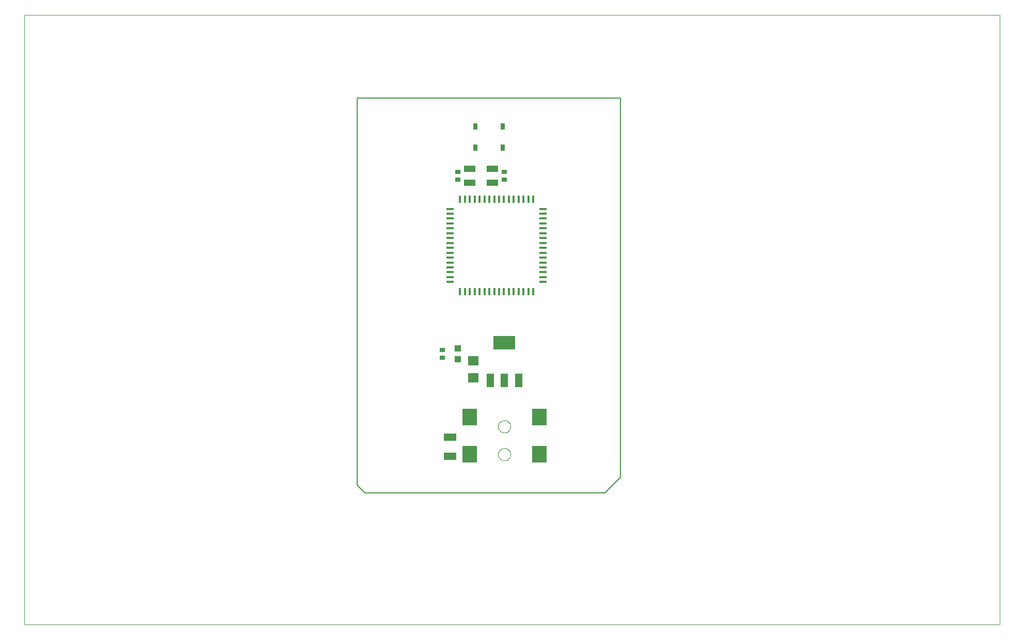
<source format=gtp>
G75*
%MOIN*%
%OFA0B0*%
%FSLAX25Y25*%
%IPPOS*%
%LPD*%
%AMOC8*
5,1,8,0,0,1.08239X$1,22.5*
%
%ADD10C,0.00000*%
%ADD11C,0.00600*%
%ADD12R,0.03937X0.04331*%
%ADD13R,0.03543X0.02756*%
%ADD14R,0.07874X0.04724*%
%ADD15R,0.07087X0.06299*%
%ADD16R,0.09449X0.11024*%
%ADD17R,0.02756X0.04331*%
%ADD18R,0.01575X0.05000*%
%ADD19R,0.05000X0.01575*%
%ADD20R,0.04800X0.08800*%
%ADD21R,0.14173X0.08661*%
%ADD22R,0.07480X0.04331*%
D10*
X0001000Y0001000D02*
X0001000Y0394701D01*
X0630921Y0394701D01*
X0630921Y0001000D01*
X0001000Y0001000D01*
X0307000Y0111000D02*
X0307002Y0111126D01*
X0307008Y0111252D01*
X0307018Y0111378D01*
X0307032Y0111504D01*
X0307050Y0111629D01*
X0307072Y0111753D01*
X0307097Y0111877D01*
X0307127Y0112000D01*
X0307160Y0112121D01*
X0307198Y0112242D01*
X0307239Y0112361D01*
X0307284Y0112480D01*
X0307332Y0112596D01*
X0307384Y0112711D01*
X0307440Y0112824D01*
X0307500Y0112936D01*
X0307563Y0113045D01*
X0307629Y0113153D01*
X0307698Y0113258D01*
X0307771Y0113361D01*
X0307848Y0113462D01*
X0307927Y0113560D01*
X0308009Y0113656D01*
X0308095Y0113749D01*
X0308183Y0113840D01*
X0308274Y0113927D01*
X0308368Y0114012D01*
X0308464Y0114093D01*
X0308563Y0114172D01*
X0308664Y0114247D01*
X0308768Y0114319D01*
X0308874Y0114388D01*
X0308982Y0114454D01*
X0309092Y0114516D01*
X0309204Y0114574D01*
X0309317Y0114629D01*
X0309433Y0114680D01*
X0309550Y0114728D01*
X0309668Y0114772D01*
X0309788Y0114812D01*
X0309909Y0114848D01*
X0310031Y0114881D01*
X0310154Y0114910D01*
X0310278Y0114934D01*
X0310402Y0114955D01*
X0310527Y0114972D01*
X0310653Y0114985D01*
X0310779Y0114994D01*
X0310905Y0114999D01*
X0311032Y0115000D01*
X0311158Y0114997D01*
X0311284Y0114990D01*
X0311410Y0114979D01*
X0311535Y0114964D01*
X0311660Y0114945D01*
X0311784Y0114922D01*
X0311908Y0114896D01*
X0312030Y0114865D01*
X0312152Y0114831D01*
X0312272Y0114792D01*
X0312391Y0114750D01*
X0312509Y0114705D01*
X0312625Y0114655D01*
X0312740Y0114602D01*
X0312852Y0114545D01*
X0312963Y0114485D01*
X0313072Y0114421D01*
X0313179Y0114354D01*
X0313284Y0114284D01*
X0313387Y0114210D01*
X0313487Y0114133D01*
X0313585Y0114053D01*
X0313680Y0113970D01*
X0313772Y0113884D01*
X0313862Y0113795D01*
X0313949Y0113703D01*
X0314032Y0113609D01*
X0314113Y0113512D01*
X0314191Y0113412D01*
X0314266Y0113310D01*
X0314337Y0113206D01*
X0314405Y0113099D01*
X0314469Y0112991D01*
X0314530Y0112880D01*
X0314588Y0112768D01*
X0314642Y0112654D01*
X0314692Y0112538D01*
X0314739Y0112421D01*
X0314782Y0112302D01*
X0314821Y0112182D01*
X0314857Y0112061D01*
X0314888Y0111938D01*
X0314916Y0111815D01*
X0314940Y0111691D01*
X0314960Y0111566D01*
X0314976Y0111441D01*
X0314988Y0111315D01*
X0314996Y0111189D01*
X0315000Y0111063D01*
X0315000Y0110937D01*
X0314996Y0110811D01*
X0314988Y0110685D01*
X0314976Y0110559D01*
X0314960Y0110434D01*
X0314940Y0110309D01*
X0314916Y0110185D01*
X0314888Y0110062D01*
X0314857Y0109939D01*
X0314821Y0109818D01*
X0314782Y0109698D01*
X0314739Y0109579D01*
X0314692Y0109462D01*
X0314642Y0109346D01*
X0314588Y0109232D01*
X0314530Y0109120D01*
X0314469Y0109009D01*
X0314405Y0108901D01*
X0314337Y0108794D01*
X0314266Y0108690D01*
X0314191Y0108588D01*
X0314113Y0108488D01*
X0314032Y0108391D01*
X0313949Y0108297D01*
X0313862Y0108205D01*
X0313772Y0108116D01*
X0313680Y0108030D01*
X0313585Y0107947D01*
X0313487Y0107867D01*
X0313387Y0107790D01*
X0313284Y0107716D01*
X0313179Y0107646D01*
X0313072Y0107579D01*
X0312963Y0107515D01*
X0312852Y0107455D01*
X0312740Y0107398D01*
X0312625Y0107345D01*
X0312509Y0107295D01*
X0312391Y0107250D01*
X0312272Y0107208D01*
X0312152Y0107169D01*
X0312030Y0107135D01*
X0311908Y0107104D01*
X0311784Y0107078D01*
X0311660Y0107055D01*
X0311535Y0107036D01*
X0311410Y0107021D01*
X0311284Y0107010D01*
X0311158Y0107003D01*
X0311032Y0107000D01*
X0310905Y0107001D01*
X0310779Y0107006D01*
X0310653Y0107015D01*
X0310527Y0107028D01*
X0310402Y0107045D01*
X0310278Y0107066D01*
X0310154Y0107090D01*
X0310031Y0107119D01*
X0309909Y0107152D01*
X0309788Y0107188D01*
X0309668Y0107228D01*
X0309550Y0107272D01*
X0309433Y0107320D01*
X0309317Y0107371D01*
X0309204Y0107426D01*
X0309092Y0107484D01*
X0308982Y0107546D01*
X0308874Y0107612D01*
X0308768Y0107681D01*
X0308664Y0107753D01*
X0308563Y0107828D01*
X0308464Y0107907D01*
X0308368Y0107988D01*
X0308274Y0108073D01*
X0308183Y0108160D01*
X0308095Y0108251D01*
X0308009Y0108344D01*
X0307927Y0108440D01*
X0307848Y0108538D01*
X0307771Y0108639D01*
X0307698Y0108742D01*
X0307629Y0108847D01*
X0307563Y0108955D01*
X0307500Y0109064D01*
X0307440Y0109176D01*
X0307384Y0109289D01*
X0307332Y0109404D01*
X0307284Y0109520D01*
X0307239Y0109639D01*
X0307198Y0109758D01*
X0307160Y0109879D01*
X0307127Y0110000D01*
X0307097Y0110123D01*
X0307072Y0110247D01*
X0307050Y0110371D01*
X0307032Y0110496D01*
X0307018Y0110622D01*
X0307008Y0110748D01*
X0307002Y0110874D01*
X0307000Y0111000D01*
X0307000Y0129000D02*
X0307002Y0129126D01*
X0307008Y0129252D01*
X0307018Y0129378D01*
X0307032Y0129504D01*
X0307050Y0129629D01*
X0307072Y0129753D01*
X0307097Y0129877D01*
X0307127Y0130000D01*
X0307160Y0130121D01*
X0307198Y0130242D01*
X0307239Y0130361D01*
X0307284Y0130480D01*
X0307332Y0130596D01*
X0307384Y0130711D01*
X0307440Y0130824D01*
X0307500Y0130936D01*
X0307563Y0131045D01*
X0307629Y0131153D01*
X0307698Y0131258D01*
X0307771Y0131361D01*
X0307848Y0131462D01*
X0307927Y0131560D01*
X0308009Y0131656D01*
X0308095Y0131749D01*
X0308183Y0131840D01*
X0308274Y0131927D01*
X0308368Y0132012D01*
X0308464Y0132093D01*
X0308563Y0132172D01*
X0308664Y0132247D01*
X0308768Y0132319D01*
X0308874Y0132388D01*
X0308982Y0132454D01*
X0309092Y0132516D01*
X0309204Y0132574D01*
X0309317Y0132629D01*
X0309433Y0132680D01*
X0309550Y0132728D01*
X0309668Y0132772D01*
X0309788Y0132812D01*
X0309909Y0132848D01*
X0310031Y0132881D01*
X0310154Y0132910D01*
X0310278Y0132934D01*
X0310402Y0132955D01*
X0310527Y0132972D01*
X0310653Y0132985D01*
X0310779Y0132994D01*
X0310905Y0132999D01*
X0311032Y0133000D01*
X0311158Y0132997D01*
X0311284Y0132990D01*
X0311410Y0132979D01*
X0311535Y0132964D01*
X0311660Y0132945D01*
X0311784Y0132922D01*
X0311908Y0132896D01*
X0312030Y0132865D01*
X0312152Y0132831D01*
X0312272Y0132792D01*
X0312391Y0132750D01*
X0312509Y0132705D01*
X0312625Y0132655D01*
X0312740Y0132602D01*
X0312852Y0132545D01*
X0312963Y0132485D01*
X0313072Y0132421D01*
X0313179Y0132354D01*
X0313284Y0132284D01*
X0313387Y0132210D01*
X0313487Y0132133D01*
X0313585Y0132053D01*
X0313680Y0131970D01*
X0313772Y0131884D01*
X0313862Y0131795D01*
X0313949Y0131703D01*
X0314032Y0131609D01*
X0314113Y0131512D01*
X0314191Y0131412D01*
X0314266Y0131310D01*
X0314337Y0131206D01*
X0314405Y0131099D01*
X0314469Y0130991D01*
X0314530Y0130880D01*
X0314588Y0130768D01*
X0314642Y0130654D01*
X0314692Y0130538D01*
X0314739Y0130421D01*
X0314782Y0130302D01*
X0314821Y0130182D01*
X0314857Y0130061D01*
X0314888Y0129938D01*
X0314916Y0129815D01*
X0314940Y0129691D01*
X0314960Y0129566D01*
X0314976Y0129441D01*
X0314988Y0129315D01*
X0314996Y0129189D01*
X0315000Y0129063D01*
X0315000Y0128937D01*
X0314996Y0128811D01*
X0314988Y0128685D01*
X0314976Y0128559D01*
X0314960Y0128434D01*
X0314940Y0128309D01*
X0314916Y0128185D01*
X0314888Y0128062D01*
X0314857Y0127939D01*
X0314821Y0127818D01*
X0314782Y0127698D01*
X0314739Y0127579D01*
X0314692Y0127462D01*
X0314642Y0127346D01*
X0314588Y0127232D01*
X0314530Y0127120D01*
X0314469Y0127009D01*
X0314405Y0126901D01*
X0314337Y0126794D01*
X0314266Y0126690D01*
X0314191Y0126588D01*
X0314113Y0126488D01*
X0314032Y0126391D01*
X0313949Y0126297D01*
X0313862Y0126205D01*
X0313772Y0126116D01*
X0313680Y0126030D01*
X0313585Y0125947D01*
X0313487Y0125867D01*
X0313387Y0125790D01*
X0313284Y0125716D01*
X0313179Y0125646D01*
X0313072Y0125579D01*
X0312963Y0125515D01*
X0312852Y0125455D01*
X0312740Y0125398D01*
X0312625Y0125345D01*
X0312509Y0125295D01*
X0312391Y0125250D01*
X0312272Y0125208D01*
X0312152Y0125169D01*
X0312030Y0125135D01*
X0311908Y0125104D01*
X0311784Y0125078D01*
X0311660Y0125055D01*
X0311535Y0125036D01*
X0311410Y0125021D01*
X0311284Y0125010D01*
X0311158Y0125003D01*
X0311032Y0125000D01*
X0310905Y0125001D01*
X0310779Y0125006D01*
X0310653Y0125015D01*
X0310527Y0125028D01*
X0310402Y0125045D01*
X0310278Y0125066D01*
X0310154Y0125090D01*
X0310031Y0125119D01*
X0309909Y0125152D01*
X0309788Y0125188D01*
X0309668Y0125228D01*
X0309550Y0125272D01*
X0309433Y0125320D01*
X0309317Y0125371D01*
X0309204Y0125426D01*
X0309092Y0125484D01*
X0308982Y0125546D01*
X0308874Y0125612D01*
X0308768Y0125681D01*
X0308664Y0125753D01*
X0308563Y0125828D01*
X0308464Y0125907D01*
X0308368Y0125988D01*
X0308274Y0126073D01*
X0308183Y0126160D01*
X0308095Y0126251D01*
X0308009Y0126344D01*
X0307927Y0126440D01*
X0307848Y0126538D01*
X0307771Y0126639D01*
X0307698Y0126742D01*
X0307629Y0126847D01*
X0307563Y0126955D01*
X0307500Y0127064D01*
X0307440Y0127176D01*
X0307384Y0127289D01*
X0307332Y0127404D01*
X0307284Y0127520D01*
X0307239Y0127639D01*
X0307198Y0127758D01*
X0307160Y0127879D01*
X0307127Y0128000D01*
X0307097Y0128123D01*
X0307072Y0128247D01*
X0307050Y0128371D01*
X0307032Y0128496D01*
X0307018Y0128622D01*
X0307008Y0128748D01*
X0307002Y0128874D01*
X0307000Y0129000D01*
D11*
X0376000Y0086000D02*
X0386000Y0096000D01*
X0386000Y0341000D01*
X0216000Y0341000D01*
X0216000Y0091000D01*
X0221000Y0086000D01*
X0376000Y0086000D01*
D12*
X0281000Y0172654D03*
X0281000Y0179346D03*
D13*
X0271000Y0178559D03*
X0271000Y0173441D03*
X0281000Y0288441D03*
X0281000Y0293559D03*
X0311000Y0293559D03*
X0311000Y0288441D03*
D14*
X0276000Y0122299D03*
X0276000Y0109701D03*
D15*
X0291000Y0160488D03*
X0291000Y0171512D03*
D16*
X0288559Y0135016D03*
X0288559Y0111000D03*
X0333441Y0111000D03*
X0333441Y0135016D03*
D17*
X0309760Y0309110D03*
X0309760Y0322890D03*
X0292240Y0322890D03*
X0292240Y0309110D03*
D18*
X0291827Y0275921D03*
X0294976Y0275921D03*
X0298126Y0275921D03*
X0301276Y0275921D03*
X0304425Y0275921D03*
X0307575Y0275921D03*
X0310724Y0275921D03*
X0313874Y0275921D03*
X0317024Y0275921D03*
X0320173Y0275921D03*
X0323323Y0275921D03*
X0326472Y0275921D03*
X0329622Y0275921D03*
X0288677Y0275921D03*
X0285528Y0275921D03*
X0282378Y0275921D03*
X0282378Y0216079D03*
X0285528Y0216079D03*
X0288677Y0216079D03*
X0291827Y0216079D03*
X0294976Y0216079D03*
X0298126Y0216079D03*
X0301276Y0216079D03*
X0304425Y0216079D03*
X0307575Y0216079D03*
X0310724Y0216079D03*
X0313874Y0216079D03*
X0317024Y0216079D03*
X0320173Y0216079D03*
X0323323Y0216079D03*
X0326472Y0216079D03*
X0329622Y0216079D03*
D19*
X0335921Y0222378D03*
X0335921Y0225528D03*
X0335921Y0228677D03*
X0335921Y0231827D03*
X0335921Y0234976D03*
X0335921Y0238126D03*
X0335921Y0241276D03*
X0335921Y0244425D03*
X0335921Y0247575D03*
X0335921Y0250724D03*
X0335921Y0253874D03*
X0335921Y0257024D03*
X0335921Y0260173D03*
X0335921Y0263323D03*
X0335921Y0266472D03*
X0335921Y0269622D03*
X0276079Y0269622D03*
X0276079Y0266472D03*
X0276079Y0263323D03*
X0276079Y0260173D03*
X0276079Y0257024D03*
X0276079Y0253874D03*
X0276079Y0250724D03*
X0276079Y0247575D03*
X0276079Y0244425D03*
X0276079Y0241276D03*
X0276079Y0238126D03*
X0276079Y0234976D03*
X0276079Y0231827D03*
X0276079Y0228677D03*
X0276079Y0225528D03*
X0276079Y0222378D03*
D20*
X0301900Y0158800D03*
X0311000Y0158800D03*
X0320100Y0158800D03*
D21*
X0311000Y0183201D03*
D22*
X0303283Y0286472D03*
X0303283Y0295528D03*
X0288717Y0295528D03*
X0288717Y0286472D03*
M02*

</source>
